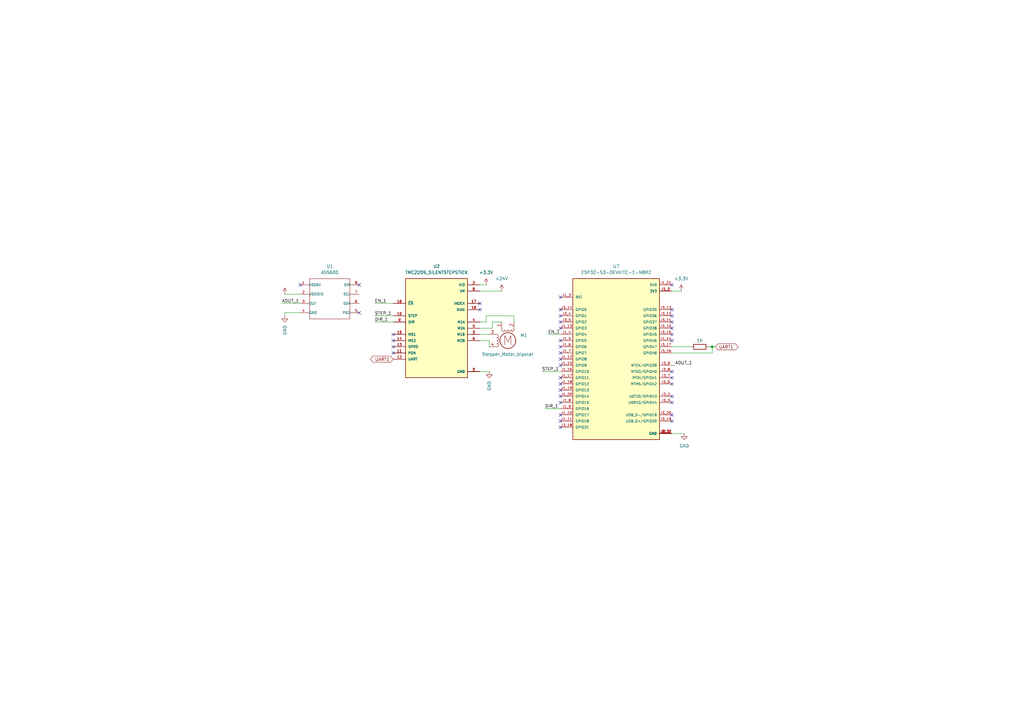
<source format=kicad_sch>
(kicad_sch (version 20231120) (generator "eeschema") (generator_version "8.0")
  (paper "A3")
  (title_block (title "ATOM Robotic Arm Non-Specific Schematic") (date "2025-01-12"))
  (lib_symbols
    (symbol "AS5600:AS5600" (pin_names (offset 1.016))
      (property "Reference" "U" (at -7.62 10.16 0))
      (property "Value" "AS5600" (at -7.62 8.89 0))
      (symbol "AS5600_0_0"
        (polyline (pts (xy -7.62 -7.62) (xy -7.62 -5.08)) (stroke (width 0.1524)))
        (polyline (pts (xy -7.62 -5.08) (xy -8.89 -5.08)) (stroke (width 0.1524)))
        (polyline (pts (xy -7.62 -5.08) (xy -7.62 -1.27)) (stroke (width 0.1524)))
        (polyline (pts (xy -7.62 -1.27) (xy -8.89 -1.27)) (stroke (width 0.1524)))
        (polyline (pts (xy -7.62 -1.27) (xy -7.62 2.54)) (stroke (width 0.1524)))
        (polyline (pts (xy -7.62 2.54) (xy -8.89 2.54)) (stroke (width 0.1524)))
        (polyline (pts (xy -7.62 2.54) (xy -7.62 6.35)) (stroke (width 0.1524)))
        (polyline (pts (xy -7.62 6.35) (xy -8.89 6.35)) (stroke (width 0.1524)))
        (polyline (pts (xy -7.62 6.35) (xy -7.62 8.89)) (stroke (width 0.1524)))
        (polyline (pts (xy -7.62 8.89) (xy 8.89 8.89)) (stroke (width 0.1524)))
        (polyline (pts (xy 8.89 -7.62) (xy -7.62 -7.62)) (stroke (width 0.1524)))
        (polyline (pts (xy 8.89 -5.08) (xy 8.89 -7.62)) (stroke (width 0.1524)))
        (polyline (pts (xy 8.89 -1.27) (xy 8.89 -5.08)) (stroke (width 0.1524)))
        (polyline (pts (xy 8.89 2.54) (xy 8.89 -1.27)) (stroke (width 0.1524)))
        (polyline (pts (xy 8.89 6.35) (xy 8.89 2.54)) (stroke (width 0.1524)))
        (polyline (pts (xy 8.89 8.89) (xy 8.89 6.35)) (stroke (width 0.1524)))
        (polyline (pts (xy 10.16 -5.08) (xy 8.89 -5.08)) (stroke (width 0.1524)))
        (polyline (pts (xy 10.16 -1.27) (xy 8.89 -1.27)) (stroke (width 0.1524)))
        (polyline (pts (xy 10.16 2.54) (xy 8.89 2.54)) (stroke (width 0.1524)))
        (polyline (pts (xy 10.16 6.35) (xy 8.89 6.35)) (stroke (width 0.1524)))
        (pin bidirectional line (at -11.43 6.35 0) (length 2.54) (name "VDD5V") (number "1"))
        (pin bidirectional line (at -11.43 2.54 0) (length 2.54) (name "VDD3V3") (number "2"))
        (pin bidirectional line (at -11.43 -1.27 0) (length 2.54) (name "OUT") (number "3"))
        (pin bidirectional line (at -11.43 -5.08 0) (length 2.54) (name "GND") (number "4"))
        (pin bidirectional line (at 12.7 -5.08 180) (length 2.54) (name "PGO") (number "5"))
        (pin bidirectional line (at 12.7 -1.27 180) (length 2.54) (name "SDA") (number "6"))
        (pin bidirectional line (at 12.7 2.54 180) (length 2.54) (name "SCL") (number "7"))
        (pin bidirectional line (at 12.7 6.35 180) (length 2.54) (name "DIR") (number "8"))
      )
    )
    (symbol "Device:R" (pin_numbers hide) (pin_names (offset 0))
      (property "Reference" "R" (at 2.032 0 90))
      (property "Value" "R" (at 0 0 90))
      (symbol "R_0_1"
        (rectangle (start -1.016 -2.54) (end 1.016 2.54) (stroke (width 0.254)))
      )
      (symbol "R_1_1"
        (pin passive line (at 0 3.81 270) (length 1.27) (name "~") (number "1"))
        (pin passive line (at 0 -3.81 90) (length 1.27) (name "~") (number "2"))
      )
    )
    (symbol "ESP32-S3-DEVKITC-1-N8R2:ESP32-S3-DEVKITC-1-N8R2" (pin_names (offset 1.016))
      (property "Reference" "U" (at -17.78 35.56 0))
      (property "Value" "ESP32-S3-DEVKITC-1-N8R2" (at -17.78 -35.56 0))
      (symbol "ESP32-S3-DEVKITC-1-N8R2_0_0"
        (rectangle (start -17.78 -33.02) (end 17.78 33.02) (stroke (width 0.254)) (fill (type background)))
        (pin power_in line (at 22.86 27.94 180) (length 5.08) (name "3V3") (number "J1_1"))
        (pin bidirectional line (at -22.86 -22.86 0) (length 5.08) (name "GPIO17") (number "J1_10"))
        (pin bidirectional line (at -22.86 -25.4 0) (length 5.08) (name "GPIO18") (number "J1_11"))
        (pin bidirectional line (at -22.86 0 0) (length 5.08) (name "GPIO8") (number "J1_12"))
        (pin bidirectional line (at -22.86 12.7 0) (length 5.08) (name "GPIO3") (number "J1_13"))
        (pin bidirectional line (at 22.86 7.62 180) (length 5.08) (name "GPIO46") (number "J1_14"))
        (pin bidirectional line (at -22.86 -2.54 0) (length 5.08) (name "GPIO9") (number "J1_15"))
        (pin bidirectional line (at -22.86 -5.08 0) (length 5.08) (name "GPIO10") (number "J1_16"))
        (pin bidirectional line (at -22.86 -7.62 0) (length 5.08) (name "GPIO11") (number "J1_17"))
        (pin bidirectional line (at -22.86 -10.16 0) (length 5.08) (name "GPIO12") (number "J1_18"))
        (pin bidirectional line (at -22.86 -12.7 0) (length 5.08) (name "GPIO13") (number "J1_19"))
        (pin power_in line (at 22.86 27.94 180) (length 5.08) (name "3V3") (number "J1_2"))
        (pin bidirectional line (at -22.86 -15.24 0) (length 5.08) (name "GPIO14") (number "J1_20"))
        (pin power_in line (at 22.86 30.48 180) (length 5.08) (name "5V0") (number "J1_21"))
        (pin power_in line (at 22.86 -30.48 180) (length 5.08) (name "GND") (number "J1_22"))
        (pin input line (at -22.86 25.4 0) (length 5.08) (name "RST") (number "J1_3"))
        (pin bidirectional line (at -22.86 10.16 0) (length 5.08) (name "GPIO4") (number "J1_4"))
        (pin bidirectional line (at -22.86 7.62 0) (length 5.08) (name "GPIO5") (number "J1_5"))
        (pin bidirectional line (at -22.86 5.08 0) (length 5.08) (name "GPIO6") (number "J1_6"))
        (pin bidirectional line (at -22.86 2.54 0) (length 5.08) (name "GPIO7") (number "J1_7"))
        (pin bidirectional line (at -22.86 -17.78 0) (length 5.08) (name "GPIO15") (number "J1_8"))
        (pin bidirectional line (at -22.86 -20.32 0) (length 5.08) (name "GPIO16") (number "J1_9"))
        (pin power_in line (at 22.86 -30.48 180) (length 5.08) (name "GND") (number "J3_1"))
        (pin bidirectional line (at 22.86 12.7 180) (length 5.08) (name "GPIO38") (number "J3_10"))
        (pin bidirectional line (at 22.86 15.24 180) (length 5.08) (name "GPIO37") (number "J3_11"))
        (pin bidirectional line (at 22.86 17.78 180) (length 5.08) (name "GPIO36") (number "J3_12"))
        (pin bidirectional line (at 22.86 20.32 180) (length 5.08) (name "GPIO35") (number "J3_13"))
        (pin bidirectional line (at -22.86 20.32 0) (length 5.08) (name "GPIO0") (number "J3_14"))
        (pin bidirectional line (at 22.86 10.16 180) (length 5.08) (name "GPIO45") (number "J3_15"))
        (pin bidirectional line (at 22.86 2.54 180) (length 5.08) (name "GPIO48") (number "J3_16"))
        (pin bidirectional line (at 22.86 5.08 180) (length 5.08) (name "GPIO47") (number "J3_17"))
        (pin bidirectional line (at -22.86 -27.94 0) (length 5.08) (name "GPIO21") (number "J3_18"))
        (pin bidirectional line (at 22.86 -25.4 180) (length 5.08) (name "USB_D+/GPIO20") (number "J3_19"))
        (pin bidirectional line (at 22.86 -15.24 180) (length 5.08) (name "U0TXD/GPIO43") (number "J3_2"))
        (pin bidirectional line (at 22.86 -22.86 180) (length 5.08) (name "USB_D-/GPIO19") (number "J3_20"))
        (pin power_in line (at 22.86 -30.48 180) (length 5.08) (name "GND") (number "J3_21"))
        (pin power_in line (at 22.86 -30.48 180) (length 5.08) (name "GND") (number "J3_22"))
        (pin bidirectional line (at 22.86 -17.78 180) (length 5.08) (name "U0RXD/GPIO44") (number "J3_3"))
        (pin bidirectional line (at -22.86 17.78 0) (length 5.08) (name "GPIO1") (number "J3_4"))
        (pin bidirectional line (at -22.86 15.24 0) (length 5.08) (name "GPIO2") (number "J3_5"))
        (pin bidirectional line (at 22.86 -10.16 180) (length 5.08) (name "MTMS/GPIO42") (number "J3_6"))
        (pin bidirectional line (at 22.86 -7.62 180) (length 5.08) (name "MTDI/GPIO41") (number "J3_7"))
        (pin bidirectional line (at 22.86 -5.08 180) (length 5.08) (name "MTDO/GPIO40") (number "J3_8"))
        (pin bidirectional line (at 22.86 -2.54 180) (length 5.08) (name "MTCK/GPIO39") (number "J3_9"))
      )
    )
    (symbol "Motor:Stepper_Motor_bipolar" (pin_names (offset 0) hide)
      (property "Reference" "M" (at 3.81 2.54 0))
      (property "Value" "Stepper_Motor_bipolar" (at 3.81 1.27 0))
      (symbol "Stepper_Motor_bipolar_0_0"
        (polyline (pts (xy -1.27 -1.778) (xy -1.27 2.032) (xy 0 -0.508) (xy 1.27 2.032) (xy 1.27 -1.778)))
      )
      (symbol "Stepper_Motor_bipolar_0_1"
        (arc (start -4.445 -2.54) (mid -3.8127 -1.905) (end -4.445 -1.27))
        (arc (start -4.445 -1.27) (mid -3.8127 -0.635) (end -4.445 0))
        (arc (start -4.445 0) (mid -3.8127 0.635) (end -4.445 1.27))
        (arc (start -4.445 1.27) (mid -3.8127 1.905) (end -4.445 2.54))
        (arc (start -2.54 4.445) (mid -1.905 3.8127) (end -1.27 4.445))
        (arc (start -1.27 4.445) (mid -0.635 3.8127) (end 0 4.445))
        (polyline (pts (xy -5.08 -2.54) (xy -4.445 -2.54)))
        (polyline (pts (xy -5.08 2.54) (xy -4.445 2.54)))
        (polyline (pts (xy -2.54 5.08) (xy -2.54 4.445)))
        (polyline (pts (xy 2.54 5.08) (xy 2.54 4.445)))
        (circle (center 0 0) (radius 3.2512) (stroke (width 0.254)))
        (arc (start 0 4.445) (mid 0.635 3.8127) (end 1.27 4.445))
        (arc (start 1.27 4.445) (mid 1.905 3.8127) (end 2.54 4.445))
      )
      (symbol "Stepper_Motor_bipolar_1_1"
        (pin passive line (at -2.54 7.62 270) (length 2.54) (name "~") (number "1"))
        (pin passive line (at 2.54 7.62 270) (length 2.54) (name "-") (number "2"))
        (pin passive line (at -7.62 2.54 0) (length 2.54) (name "~") (number "3"))
        (pin passive line (at -7.62 -2.54 0) (length 2.54) (name "~") (number "4"))
      )
    )
    (symbol "TMC2209_SILENTSTEPSTICK:TMC2209_SILENTSTEPSTICK" (pin_names (offset 1.016))
      (property "Reference" "U" (at -12.7 22.86 0))
      (property "Value" "TMC2209_SILENTSTEPSTICK" (at -12.7 -22.86 0))
      (symbol "TMC2209_SILENTSTEPSTICK_0_0"
        (rectangle (start -12.7 -20.32) (end 12.7 20.32) (stroke (width 0.254)) (fill (type background)))
        (pin power_in line (at 17.78 -17.78 180) (length 5.08) (name "GND") (number "1"))
        (pin input line (at -17.78 5.08 0) (length 5.08) (name "STEP") (number "10"))
        (pin bidirectional line (at -17.78 -10.16 0) (length 5.08) (name "PDN") (number "11"))
        (pin bidirectional line (at -17.78 -12.7 0) (length 5.08) (name "UART") (number "12"))
        (pin input line (at -17.78 -7.62 0) (length 5.08) (name "SPRD") (number "13"))
        (pin input line (at -17.78 -5.08 0) (length 5.08) (name "MS2") (number "14"))
        (pin input line (at -17.78 -2.54 0) (length 5.08) (name "MS1") (number "15"))
        (pin input line (at -17.78 10.16 0) (length 5.08) (name "~{EN}") (number "16"))
        (pin output line (at 17.78 10.16 180) (length 5.08) (name "INDEX") (number "17"))
        (pin output line (at 17.78 7.62 180) (length 5.08) (name "DIAG") (number "18"))
        (pin power_in line (at 17.78 17.78 180) (length 5.08) (name "VIO") (number "2"))
        (pin output line (at 17.78 -2.54 180) (length 5.08) (name "M1B") (number "3"))
        (pin output line (at 17.78 2.54 180) (length 5.08) (name "M1A") (number "4"))
        (pin output line (at 17.78 0 180) (length 5.08) (name "M2A") (number "5"))
        (pin output line (at 17.78 -5.08 180) (length 5.08) (name "M2B") (number "6"))
        (pin power_in line (at 17.78 -17.78 180) (length 5.08) (name "GND") (number "7"))
        (pin power_in line (at 17.78 15.24 180) (length 5.08) (name "VM") (number "8"))
        (pin input line (at -17.78 2.54 0) (length 5.08) (name "DIR") (number "9"))
      )
    )
    (symbol "power:+24V" (power) (pin_numbers hide) (pin_names (offset 0) hide)
      (property "Value" "+24V" (at 0 3.556 0))
      (symbol "+24V_0_1"
        (polyline (pts (xy -0.762 1.27) (xy 0 2.54)))
        (polyline (pts (xy 0 0) (xy 0 2.54)))
        (polyline (pts (xy 0 2.54) (xy 0.762 1.27)))
      )
      (symbol "+24V_1_1"
        (pin power_in line (at 0 0 90) (length 0) (name "~") (number "1"))
      )
    )
    (symbol "power:+3.3V" (power) (pin_numbers hide) (pin_names (offset 0) hide)
      (property "Value" "+3.3V" (at 0 3.556 0))
      (symbol "+3.3V_0_1"
        (polyline (pts (xy -0.762 1.27) (xy 0 2.54)))
        (polyline (pts (xy 0 0) (xy 0 2.54)))
        (polyline (pts (xy 0 2.54) (xy 0.762 1.27)))
      )
      (symbol "+3.3V_1_1"
        (pin power_in line (at 0 0 90) (length 0) (name "~") (number "1"))
      )
    )
    (symbol "power:GND" (power) (pin_numbers hide) (pin_names (offset 0) hide)
      (property "Value" "GND" (at 0 -3.81 0))
      (symbol "GND_0_1"
        (polyline (pts (xy 0 0) (xy 0 -1.27) (xy 1.27 -1.27) (xy 0 -2.54) (xy -1.27 -1.27) (xy 0 -1.27)))
      )
      (symbol "GND_1_1"
        (pin power_in line (at 0 0 270) (length 0) (name "~") (number "1"))
      )
    )
  )
  (junction (at 292.1 142.24))
  (no_connect (at 275.59 165.1))
  (no_connect (at 275.59 132.08))
  (no_connect (at 229.87 129.54))
  (no_connect (at 275.59 139.7))
  (no_connect (at 229.87 154.94))
  (no_connect (at 229.87 134.62))
  (no_connect (at 229.87 132.08))
  (no_connect (at 161.29 142.24))
  (no_connect (at 275.59 129.54))
  (no_connect (at 275.59 170.18))
  (no_connect (at 229.87 149.86))
  (no_connect (at 229.87 172.72))
  (no_connect (at 229.87 144.78))
  (no_connect (at 147.32 116.84))
  (no_connect (at 229.87 162.56))
  (no_connect (at 275.59 137.16))
  (no_connect (at 275.59 172.72))
  (no_connect (at 229.87 175.26))
  (no_connect (at 229.87 165.1))
  (no_connect (at 229.87 121.92))
  (no_connect (at 196.85 127))
  (no_connect (at 147.32 128.27))
  (no_connect (at 196.85 124.46))
  (no_connect (at 275.59 152.4))
  (no_connect (at 161.29 137.16))
  (no_connect (at 275.59 162.56))
  (no_connect (at 229.87 139.7))
  (no_connect (at 275.59 134.62))
  (no_connect (at 229.87 157.48))
  (no_connect (at 275.59 127))
  (no_connect (at 229.87 170.18))
  (no_connect (at 229.87 147.32))
  (no_connect (at 161.29 139.7))
  (no_connect (at 229.87 127))
  (no_connect (at 229.87 160.02))
  (no_connect (at 275.59 157.48))
  (no_connect (at 161.29 144.78))
  (no_connect (at 275.59 154.94))
  (no_connect (at 229.87 142.24))
  (no_connect (at 275.59 116.84))
  (no_connect (at 123.19 116.84))
  (wire (pts (xy 210.82 129.54) (xy 210.82 132.08)))
  (wire (pts (xy 290.83 142.24) (xy 292.1 142.24)))
  (wire (pts (xy 196.85 134.62) (xy 201.93 134.62)))
  (wire (pts (xy 196.85 139.7) (xy 200.66 139.7)))
  (wire (pts (xy 199.39 116.84) (xy 196.85 116.84)))
  (wire (pts (xy 223.52 167.64) (xy 229.87 167.64)))
  (wire (pts (xy 116.84 129.54) (xy 116.84 128.27)))
  (wire (pts (xy 199.39 129.54) (xy 210.82 129.54)))
  (wire (pts (xy 196.85 132.08) (xy 199.39 132.08)))
  (wire (pts (xy 153.67 124.46) (xy 161.29 124.46)))
  (wire (pts (xy 199.39 132.08) (xy 199.39 129.54)))
  (wire (pts (xy 200.66 152.4) (xy 196.85 152.4)))
  (wire (pts (xy 275.59 144.78) (xy 292.1 144.78)))
  (wire (pts (xy 276.86 149.86) (xy 275.59 149.86)))
  (wire (pts (xy 123.19 120.65) (xy 116.84 120.65)))
  (wire (pts (xy 292.1 142.24) (xy 293.37 142.24)))
  (wire (pts (xy 222.25 152.4) (xy 229.87 152.4)))
  (wire (pts (xy 115.57 124.46) (xy 123.19 124.46)))
  (wire (pts (xy 201.93 132.08) (xy 201.93 134.62)))
  (wire (pts (xy 275.59 142.24) (xy 283.21 142.24)))
  (wire (pts (xy 153.67 129.54) (xy 161.29 129.54)))
  (wire (pts (xy 196.85 137.16) (xy 200.66 137.16)))
  (wire (pts (xy 116.84 128.27) (xy 123.19 128.27)))
  (wire (pts (xy 292.1 144.78) (xy 292.1 142.24)))
  (wire (pts (xy 205.74 132.08) (xy 201.93 132.08)))
  (wire (pts (xy 200.66 139.7) (xy 200.66 142.24)))
  (wire (pts (xy 224.79 137.16) (xy 229.87 137.16)))
  (wire (pts (xy 280.67 177.8) (xy 275.59 177.8)))
  (wire (pts (xy 196.85 119.38) (xy 205.74 119.38)))
  (wire (pts (xy 279.4 119.38) (xy 275.59 119.38)))
  (wire (pts (xy 153.67 132.08) (xy 161.29 132.08)))
  (label "AOUT_1" (at 276.86 149.86 0))
  (label "DIR_1" (at 153.67 132.08 0))
  (label "EN_1" (at 224.79 137.16 0))
  (label "AOUT_1" (at 115.57 124.46 0))
  (label "STEP_1" (at 153.67 129.54 0))
  (label "STEP_1" (at 222.25 152.4 0))
  (label "DIR_1" (at 223.52 167.64 0))
  (label "EN_1" (at 153.67 124.46 0))
  (global_label "UART1" (shape bidirectional) (at 293.37 142.24 0) (property "Intersheetrefs" "${INTERSHEET_REFS}" (effects (hide yes))))
  (global_label "UART1" (shape bidirectional) (at 161.29 147.32 180) (property "Intersheetrefs" "${INTERSHEET_REFS}" (effects (hide yes))))
  (symbol (lib_id "power:GND") (at 280.67 177.8 0) (unit 1)
    (property "Reference" "#PWR01" (effects (hide yes)))
    (property "Value" "GND" (at 280.67 182.88 0))
    (property "Description" "Power symbol creates a global label with name \"GND\" , ground" (effects (hide yes)))
  )
  (symbol (lib_id "TMC2209_SILENTSTEPSTICK:TMC2209_SILENTSTEPSTICK") (at 179.07 134.62 0) (unit 1)
    (property "Reference" "U2" (at 179.07 109.22 0))
    (property "Value" "TMC2209_SILENTSTEPSTICK" (at 179.07 111.76 0))
    (property "Footprint" "TMC2209_SILENTSTEPSTICK:MODULE_TMC2209_SILENTSTEPSTICK" (effects (hide yes)))
    (property "MF" "Trinamic Motion Control GmbH" (effects (hide yes)))
    (property "Description_1" "\n                        \n                            TMC2209 Motor Controller/Driver Power Management Evaluation Board\n                        \n" (effects (hide yes)))
    (property "Package" "None" (effects (hide yes)))
    (property "Price" "None" (effects (hide yes)))
    (property "Check_prices" "https://www.snapeda.com/parts/TMC2209SILENTSTEPSTICK/Trinamic/view-part/?ref=eda" (effects (hide yes)))
    (property "STANDARD" "Manufacturer Recommendations" (effects (hide yes)))
    (property "PARTREV" "1.20" (effects (hide yes)))
    (property "SnapEDA_Link" "https://www.snapeda.com/parts/TMC2209SILENTSTEPSTICK/Trinamic/view-part/?ref=snap" (effects (hide yes)))
    (property "MP" "TMC2209SILENTSTEPSTICK" (effects (hide yes)))
    (property "MANUFACTURER" "Trinamic Motion Control GmbH" (effects (hide yes)))
    (property "Availability" "In Stock" (effects (hide yes)))
    (property "SNAPEDA_PN" "TMC2209 SILENTSTEPSTICK" (effects (hide yes)))
  )
  (symbol (lib_id "power:+3.3V") (at 116.84 120.65 0) (unit 1)
    (property "Reference" "#PWR04" (effects (hide yes)))
    (property "Value" "+3.3V" (effects (hide yes)))
    (property "Description" "Power symbol creates a global label with name \"+3.3V\"" (effects (hide yes)))
  )
  (symbol (lib_id "power:+3.3V") (at 199.39 116.84 0) (unit 1)
    (property "Reference" "#PWR05" (effects (hide yes)))
    (property "Value" "+3.3V" (at 199.39 111.76 0))
    (property "Description" "Power symbol creates a global label with name \"+3.3V\"" (effects (hide yes)))
  )
  (symbol (lib_id "Motor:Stepper_Motor_bipolar") (at 208.28 139.7 0) (unit 1)
    (property "Reference" "M1" (at 213.36 137.579 0) (effects (justify left)))
    (property "Value" "Stepper_Motor_bipolar" (at 197.612 145.288 0) (effects (justify left)))
    (property "Datasheet" "http://www.infineon.com/dgdl/Application-Note-TLE8110EE_driving_UniPolarStepperMotor_V1.1.pdf?fileId=db3a30431be39b97011be5d0aa0a00b0" (effects (hide yes)))
    (property "Description" "4-wire bipolar stepper motor" (effects (hide yes)))
  )
  (symbol (lib_id "power:GND") (at 200.66 152.4 0) (unit 1)
    (property "Reference" "#PWR03" (effects (hide yes)))
    (property "Value" "GND" (at 200.6601 156.21 90) (effects (justify right)))
    (property "Description" "Power symbol creates a global label with name \"GND\" , ground" (effects (hide yes)))
  )
  (symbol (lib_id "power:+3.3V") (at 279.4 119.38 0) (unit 1)
    (property "Reference" "#PWR06" (effects (hide yes)))
    (property "Value" "+3.3V" (at 279.4 114.3 0))
    (property "Description" "Power symbol creates a global label with name \"+3.3V\"" (effects (hide yes)))
  )
  (symbol (lib_id "Device:R") (at 287.02 142.24 90) (unit 1)
    (property "Reference" "R8" (effects (hide yes)))
    (property "Value" "1K" (at 287.02 139.7 90))
    (property "Description" "Resistor" (effects (hide yes)))
  )
  (symbol (lib_id "power:+24V") (at 205.74 119.38 0) (unit 1)
    (property "Reference" "#PWR031" (effects (hide yes)))
    (property "Value" "+24V" (at 205.74 114.3 0))
    (property "Description" "Power symbol creates a global label with name \"+24V\"" (effects (hide yes)))
  )
  (symbol (lib_id "power:GND") (at 116.84 129.54 0) (unit 1)
    (property "Reference" "#PWR02" (effects (hide yes)))
    (property "Value" "GND" (at 116.8399 133.35 90) (effects (justify right)))
    (property "Description" "Power symbol creates a global label with name \"GND\" , ground" (effects (hide yes)))
  )
  (symbol (lib_id "AS5600:AS5600") (at 134.62 123.19 0) (unit 1)
    (property "Reference" "U1" (at 135.255 109.22 0))
    (property "Value" "AS5600" (at 135.255 111.76 0))
    (property "Footprint" "AS5600:AS5600" (effects (hide yes)))
    (property "MF" "Ams AG" (effects (hide yes)))
    (property "Description_1" "\n                        \n                            Hall Effect Sensor Rotary Position External Magnet, Not Included Gull Wing\n                        \n" (effects (hide yes)))
    (property "Package" "None" (effects (hide yes)))
    (property "Price" "None" (effects (hide yes)))
    (property "SnapEDA_Link" "https://www.snapeda.com/parts/AS5600/ams/view-part/?ref=snap" (effects (hide yes)))
    (property "MP" "AS5600" (effects (hide yes)))
    (property "Availability" "Not in stock" (effects (hide yes)))
    (property "Check_prices" "https://www.snapeda.com/parts/AS5600/ams/view-part/?ref=eda" (effects (hide yes)))
  )
  (symbol (lib_id "ESP32-S3-DEVKITC-1-N8R2:ESP32-S3-DEVKITC-1-N8R2") (at 252.73 147.32 0) (unit 1)
    (property "Reference" "U7" (at 252.73 109.22 0))
    (property "Value" "ESP32-S3-DEVKITC-1-N8R2" (at 252.73 111.76 0))
    (property "Footprint" "ESP32-S3-DEVKITC-1-N8R2:XCVR_ESP32-S3-DEVKITC-1-N8R2" (effects (hide yes)))
    (property "MF" "Espressif Systems" (effects (hide yes)))
    (property "Description_1" "\n                        \n                            WiFi Development Tools - 802.11 ESP32-S3 general-purpose development board, embeds ESP32-S3-WROOM-1-N8R2, with pin header\n                        \n" (effects (hide yes)))
    (property "Package" "None" (effects (hide yes)))
    (property "Price" "None" (effects (hide yes)))
    (property "Check_prices" "https://www.snapeda.com/parts/ESP32-S3-DEVKITC-1-N8R2/Espressif+Systems/view-part/?ref=eda" (effects (hide yes)))
    (property "STANDARD" "Manufacturer Recommendations" (effects (hide yes)))
    (property "PARTREV" "V1" (effects (hide yes)))
    (property "SnapEDA_Link" "https://www.snapeda.com/parts/ESP32-S3-DEVKITC-1-N8R2/Espressif+Systems/view-part/?ref=snap" (effects (hide yes)))
    (property "MP" "ESP32-S3-DEVKITC-1-N8R2" (effects (hide yes)))
    (property "Availability" "In Stock" (effects (hide yes)))
    (property "MANUFACTURER" "Espressif" (effects (hide yes)))
  )
)
</source>
